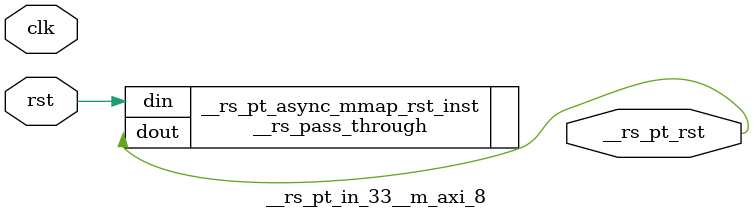
<source format=v>
`timescale 1 ns / 1 ps
/**   Generated by RapidStream   **/
module __rs_pt_in_33__m_axi_8 #(
    parameter BufferSize         = 32,
    parameter BufferSizeLog      = 5,
    parameter AddrWidth          = 64,
    parameter AxiSideAddrWidth   = 64,
    parameter DataWidth          = 512,
    parameter DataWidthBytesLog  = 6,
    parameter WaitTimeWidth      = 4,
    parameter BurstLenWidth      = 8,
    parameter EnableReadChannel  = 1,
    parameter EnableWriteChannel = 1,
    parameter MaxWaitTime        = 3,
    parameter MaxBurstLen        = 15
) (
    output wire __rs_pt_rst,
    input wire  clk,
    input wire  rst
);




__rs_pass_through #(
    .WIDTH (1)
) __rs_pt_async_mmap_rst_inst /**   Generated by RapidStream   **/ (
    .din  (rst),
    .dout (__rs_pt_rst)
);

endmodule  // __rs_pt_in_33__m_axi_8
</source>
